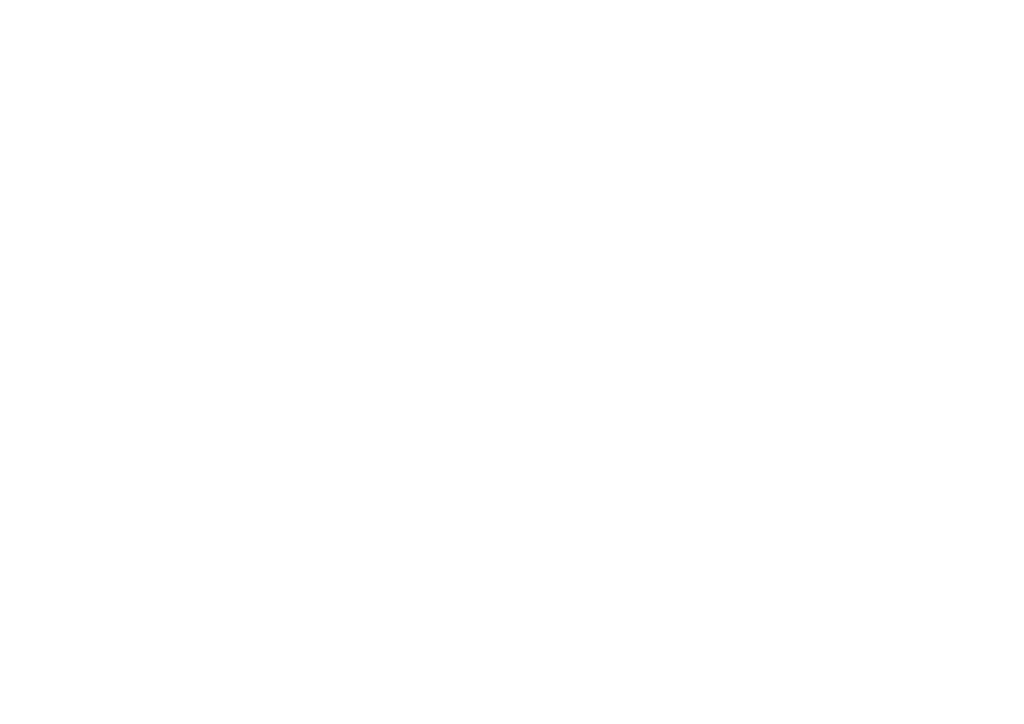
<source format=kicad_sch>
(kicad_sch
	(version 20231120)
	(generator "eeschema")
	(generator_version "8.0")
	(uuid "952d2b27-9edc-4ab8-8493-9d2edfb9e430")
	(paper "A4")
	(lib_symbols)
)

</source>
